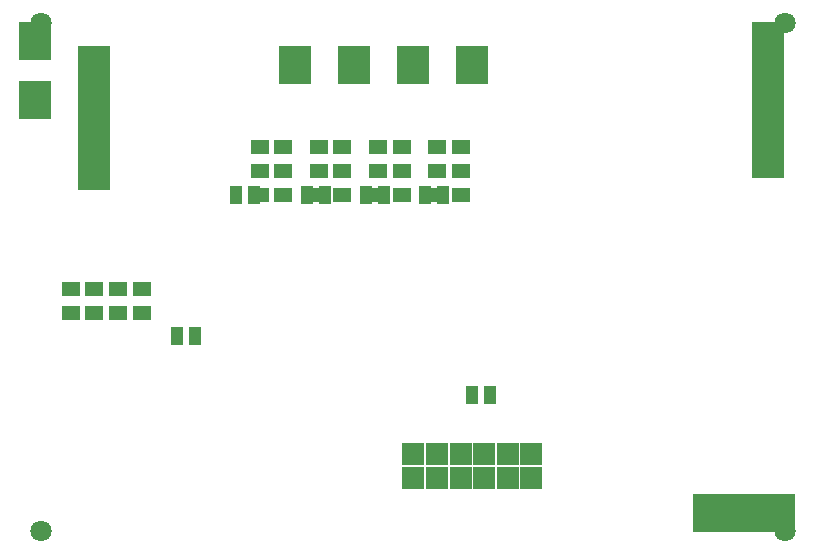
<source format=gts>
G04 #@! TF.GenerationSoftware,KiCad,Pcbnew,6.0*
G04 #@! TF.CreationDate,2024-12-16T04:50:00+00:00*
G04 #@! TF.ProjectId,SmartHomeController,736D617274686F6D6520636F6E74726F,3.1*
G04 #@! TF.SameCoordinates,Original*
G04 #@! TF.FileFunction,Soldermask,Top*
G04 #@! TF.FilePolarity,Negative*
%FSLAX46Y46*%
G04 Gerber Fmt 4.6, Leading zero omitted, Abs format (unit mm)*
G04 Soldermask openings (negative image - clear areas for pads)*
%MOMM*%
%LPN*%
G01*
G04 APERTURE LIST*
%ADD10C,1.900000*%
%ADD11R,1.900000X1.900000*%
%ADD12R,1.600000X1.200000*%
%ADD13R,1.100000X1.500000*%
%ADD14C,1.800000*%
%ADD15R,2.700000X3.200000*%
%ADD16R,2.000000X1.200000*%
G04 APERTURE END LIST*
G04 Soldermask expansion: 0.1mm on all pads*
G04 ESP32-WROOM-32 module pads*
D11*
X35000000Y10000000D03*
X37000000Y10000000D03*
X39000000Y10000000D03*
X41000000Y10000000D03*
X43000000Y10000000D03*
X45000000Y10000000D03*
X35000000Y8000000D03*
X37000000Y8000000D03*
X39000000Y8000000D03*
X41000000Y8000000D03*
X43000000Y8000000D03*
X45000000Y8000000D03*
G04 TRIAC pads (TO-220)*
D15*
X25000000Y43000000D03*
X30000000Y43000000D03*
X35000000Y43000000D03*
X40000000Y43000000D03*
G04 MOC3041 Optocoupler pads*
D12*
X22000000Y36000000D03*
X22000000Y34000000D03*
X22000000Y32000000D03*
X24000000Y36000000D03*
X24000000Y34000000D03*
X24000000Y32000000D03*
X27000000Y36000000D03*
X27000000Y34000000D03*
X27000000Y32000000D03*
X29000000Y36000000D03*
X29000000Y34000000D03*
X29000000Y32000000D03*
X32000000Y36000000D03*
X32000000Y34000000D03*
X32000000Y32000000D03*
X34000000Y36000000D03*
X34000000Y34000000D03*
X34000000Y32000000D03*
X37000000Y36000000D03*
X37000000Y34000000D03*
X37000000Y32000000D03*
X39000000Y36000000D03*
X39000000Y34000000D03*
X39000000Y32000000D03*
G04 HLK-PM01 power module pads*
D15*
X8000000Y43000000D03*
X8000000Y40000000D03*
X8000000Y37000000D03*
X8000000Y34000000D03*
G04 SMD component pads*
D13*
X20000000Y32000000D03*
X21500000Y32000000D03*
X26000000Y32000000D03*
X27500000Y32000000D03*
X31000000Y32000000D03*
X32500000Y32000000D03*
X36000000Y32000000D03*
X37500000Y32000000D03*
X15000000Y20000000D03*
X16500000Y20000000D03*
X40000000Y15000000D03*
X41500000Y15000000D03*
G04 PC817 optocoupler*
D12*
X10000000Y22000000D03*
X10000000Y24000000D03*
X12000000Y22000000D03*
X12000000Y24000000D03*
G04 Bridge rectifier*
D12*
X8000000Y22000000D03*
X8000000Y24000000D03*
X6000000Y22000000D03*
X6000000Y24000000D03*
G04 Screw terminals*
D15*
X3000000Y45000000D03*
X3000000Y40000000D03*
X65000000Y45000000D03*
X65000000Y42500000D03*
X65000000Y40000000D03*
X65000000Y37500000D03*
X65000000Y35000000D03*
X60000000Y5000000D03*
X61500000Y5000000D03*
X63000000Y5000000D03*
X64500000Y5000000D03*
X66000000Y5000000D03*
G04 Mounting holes - solder mask dam*
D14*
X3500000Y3500000D03*
X66500000Y3500000D03*
X3500000Y46500000D03*
X66500000Y46500000D03*
M02*

</source>
